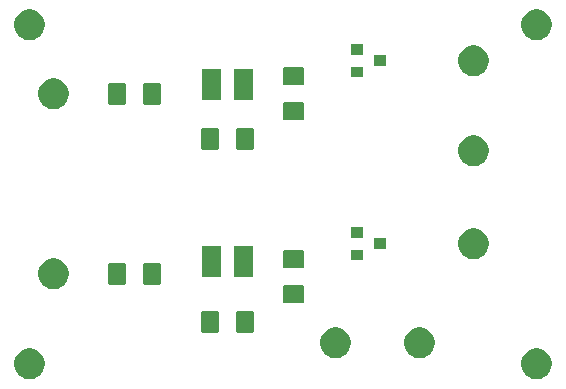
<source format=gbr>
G04 #@! TF.GenerationSoftware,KiCad,Pcbnew,5.0.2+dfsg1-1*
G04 #@! TF.CreationDate,2019-12-28T11:31:48-05:00*
G04 #@! TF.ProjectId,2001captchpad,32303031-6361-4707-9463-687061642e6b,rev?*
G04 #@! TF.SameCoordinates,Original*
G04 #@! TF.FileFunction,Soldermask,Top*
G04 #@! TF.FilePolarity,Negative*
%FSLAX46Y46*%
G04 Gerber Fmt 4.6, Leading zero omitted, Abs format (unit mm)*
G04 Created by KiCad (PCBNEW 5.0.2+dfsg1-1) date Sat 28 Dec 2019 11:31:48 AM EST*
%MOMM*%
%LPD*%
G01*
G04 APERTURE LIST*
%ADD10C,0.100000*%
G04 APERTURE END LIST*
D10*
G36*
X184275485Y-112540996D02*
X184275487Y-112540997D01*
X184275488Y-112540997D01*
X184490607Y-112630102D01*
X184512255Y-112639069D01*
X184725342Y-112781449D01*
X184906551Y-112962658D01*
X185048931Y-113175745D01*
X185147004Y-113412515D01*
X185197000Y-113663861D01*
X185197000Y-113920139D01*
X185147004Y-114171485D01*
X185048931Y-114408255D01*
X184906551Y-114621342D01*
X184725342Y-114802551D01*
X184725339Y-114802553D01*
X184512255Y-114944931D01*
X184275488Y-115043003D01*
X184275487Y-115043003D01*
X184275485Y-115043004D01*
X184024139Y-115093000D01*
X183767861Y-115093000D01*
X183516515Y-115043004D01*
X183516513Y-115043003D01*
X183516512Y-115043003D01*
X183279745Y-114944931D01*
X183066661Y-114802553D01*
X183066658Y-114802551D01*
X182885449Y-114621342D01*
X182743069Y-114408255D01*
X182644996Y-114171485D01*
X182595000Y-113920139D01*
X182595000Y-113663861D01*
X182644996Y-113412515D01*
X182743069Y-113175745D01*
X182885449Y-112962658D01*
X183066658Y-112781449D01*
X183279745Y-112639069D01*
X183301393Y-112630102D01*
X183516512Y-112540997D01*
X183516513Y-112540997D01*
X183516515Y-112540996D01*
X183767861Y-112491000D01*
X184024139Y-112491000D01*
X184275485Y-112540996D01*
X184275485Y-112540996D01*
G37*
G36*
X141349485Y-112540996D02*
X141349487Y-112540997D01*
X141349488Y-112540997D01*
X141564607Y-112630102D01*
X141586255Y-112639069D01*
X141799342Y-112781449D01*
X141980551Y-112962658D01*
X142122931Y-113175745D01*
X142221004Y-113412515D01*
X142271000Y-113663861D01*
X142271000Y-113920139D01*
X142221004Y-114171485D01*
X142122931Y-114408255D01*
X141980551Y-114621342D01*
X141799342Y-114802551D01*
X141799339Y-114802553D01*
X141586255Y-114944931D01*
X141349488Y-115043003D01*
X141349487Y-115043003D01*
X141349485Y-115043004D01*
X141098139Y-115093000D01*
X140841861Y-115093000D01*
X140590515Y-115043004D01*
X140590513Y-115043003D01*
X140590512Y-115043003D01*
X140353745Y-114944931D01*
X140140661Y-114802553D01*
X140140658Y-114802551D01*
X139959449Y-114621342D01*
X139817069Y-114408255D01*
X139718996Y-114171485D01*
X139669000Y-113920139D01*
X139669000Y-113663861D01*
X139718996Y-113412515D01*
X139817069Y-113175745D01*
X139959449Y-112962658D01*
X140140658Y-112781449D01*
X140353745Y-112639069D01*
X140375393Y-112630102D01*
X140590512Y-112540997D01*
X140590513Y-112540997D01*
X140590515Y-112540996D01*
X140841861Y-112491000D01*
X141098139Y-112491000D01*
X141349485Y-112540996D01*
X141349485Y-112540996D01*
G37*
G36*
X167257393Y-110763304D02*
X167494102Y-110861352D01*
X167707138Y-111003698D01*
X167888302Y-111184862D01*
X168030648Y-111397898D01*
X168128696Y-111634607D01*
X168178680Y-111885893D01*
X168178680Y-112142107D01*
X168128696Y-112393393D01*
X168030648Y-112630102D01*
X167888302Y-112843138D01*
X167707138Y-113024302D01*
X167494102Y-113166648D01*
X167257393Y-113264696D01*
X167006107Y-113314680D01*
X166749893Y-113314680D01*
X166498607Y-113264696D01*
X166261898Y-113166648D01*
X166048862Y-113024302D01*
X165867698Y-112843138D01*
X165725352Y-112630102D01*
X165627304Y-112393393D01*
X165577320Y-112142107D01*
X165577320Y-111885893D01*
X165627304Y-111634607D01*
X165725352Y-111397898D01*
X165867698Y-111184862D01*
X166048862Y-111003698D01*
X166261898Y-110861352D01*
X166498607Y-110763304D01*
X166749893Y-110713320D01*
X167006107Y-110713320D01*
X167257393Y-110763304D01*
X167257393Y-110763304D01*
G37*
G36*
X174369393Y-110763304D02*
X174606102Y-110861352D01*
X174819138Y-111003698D01*
X175000302Y-111184862D01*
X175142648Y-111397898D01*
X175240696Y-111634607D01*
X175290680Y-111885893D01*
X175290680Y-112142107D01*
X175240696Y-112393393D01*
X175142648Y-112630102D01*
X175000302Y-112843138D01*
X174819138Y-113024302D01*
X174606102Y-113166648D01*
X174369393Y-113264696D01*
X174118107Y-113314680D01*
X173861893Y-113314680D01*
X173610607Y-113264696D01*
X173373898Y-113166648D01*
X173160862Y-113024302D01*
X172979698Y-112843138D01*
X172837352Y-112630102D01*
X172739304Y-112393393D01*
X172689320Y-112142107D01*
X172689320Y-111885893D01*
X172739304Y-111634607D01*
X172837352Y-111397898D01*
X172979698Y-111184862D01*
X173160862Y-111003698D01*
X173373898Y-110861352D01*
X173610607Y-110763304D01*
X173861893Y-110713320D01*
X174118107Y-110713320D01*
X174369393Y-110763304D01*
X174369393Y-110763304D01*
G37*
G36*
X159834562Y-109314181D02*
X159869477Y-109324773D01*
X159901665Y-109341978D01*
X159929873Y-109365127D01*
X159953022Y-109393335D01*
X159970227Y-109425523D01*
X159980819Y-109460438D01*
X159985000Y-109502895D01*
X159985000Y-110969105D01*
X159980819Y-111011562D01*
X159970227Y-111046477D01*
X159953022Y-111078665D01*
X159929873Y-111106873D01*
X159901665Y-111130022D01*
X159869477Y-111147227D01*
X159834562Y-111157819D01*
X159792105Y-111162000D01*
X158650895Y-111162000D01*
X158608438Y-111157819D01*
X158573523Y-111147227D01*
X158541335Y-111130022D01*
X158513127Y-111106873D01*
X158489978Y-111078665D01*
X158472773Y-111046477D01*
X158462181Y-111011562D01*
X158458000Y-110969105D01*
X158458000Y-109502895D01*
X158462181Y-109460438D01*
X158472773Y-109425523D01*
X158489978Y-109393335D01*
X158513127Y-109365127D01*
X158541335Y-109341978D01*
X158573523Y-109324773D01*
X158608438Y-109314181D01*
X158650895Y-109310000D01*
X159792105Y-109310000D01*
X159834562Y-109314181D01*
X159834562Y-109314181D01*
G37*
G36*
X156859562Y-109314181D02*
X156894477Y-109324773D01*
X156926665Y-109341978D01*
X156954873Y-109365127D01*
X156978022Y-109393335D01*
X156995227Y-109425523D01*
X157005819Y-109460438D01*
X157010000Y-109502895D01*
X157010000Y-110969105D01*
X157005819Y-111011562D01*
X156995227Y-111046477D01*
X156978022Y-111078665D01*
X156954873Y-111106873D01*
X156926665Y-111130022D01*
X156894477Y-111147227D01*
X156859562Y-111157819D01*
X156817105Y-111162000D01*
X155675895Y-111162000D01*
X155633438Y-111157819D01*
X155598523Y-111147227D01*
X155566335Y-111130022D01*
X155538127Y-111106873D01*
X155514978Y-111078665D01*
X155497773Y-111046477D01*
X155487181Y-111011562D01*
X155483000Y-110969105D01*
X155483000Y-109502895D01*
X155487181Y-109460438D01*
X155497773Y-109425523D01*
X155514978Y-109393335D01*
X155538127Y-109365127D01*
X155566335Y-109341978D01*
X155598523Y-109324773D01*
X155633438Y-109314181D01*
X155675895Y-109310000D01*
X156817105Y-109310000D01*
X156859562Y-109314181D01*
X156859562Y-109314181D01*
G37*
G36*
X164097562Y-107154181D02*
X164132477Y-107164773D01*
X164164665Y-107181978D01*
X164192873Y-107205127D01*
X164216022Y-107233335D01*
X164233227Y-107265523D01*
X164243819Y-107300438D01*
X164248000Y-107342895D01*
X164248000Y-108484105D01*
X164243819Y-108526562D01*
X164233227Y-108561477D01*
X164216022Y-108593665D01*
X164192873Y-108621873D01*
X164164665Y-108645022D01*
X164132477Y-108662227D01*
X164097562Y-108672819D01*
X164055105Y-108677000D01*
X162588895Y-108677000D01*
X162546438Y-108672819D01*
X162511523Y-108662227D01*
X162479335Y-108645022D01*
X162451127Y-108621873D01*
X162427978Y-108593665D01*
X162410773Y-108561477D01*
X162400181Y-108526562D01*
X162396000Y-108484105D01*
X162396000Y-107342895D01*
X162400181Y-107300438D01*
X162410773Y-107265523D01*
X162427978Y-107233335D01*
X162451127Y-107205127D01*
X162479335Y-107181978D01*
X162511523Y-107164773D01*
X162546438Y-107154181D01*
X162588895Y-107150000D01*
X164055105Y-107150000D01*
X164097562Y-107154181D01*
X164097562Y-107154181D01*
G37*
G36*
X143381393Y-104921304D02*
X143618102Y-105019352D01*
X143831138Y-105161698D01*
X144012302Y-105342862D01*
X144154648Y-105555898D01*
X144252696Y-105792607D01*
X144302680Y-106043893D01*
X144302680Y-106300107D01*
X144252696Y-106551393D01*
X144154648Y-106788102D01*
X144012302Y-107001138D01*
X143831138Y-107182302D01*
X143618102Y-107324648D01*
X143381393Y-107422696D01*
X143130107Y-107472680D01*
X142873893Y-107472680D01*
X142622607Y-107422696D01*
X142385898Y-107324648D01*
X142172862Y-107182302D01*
X141991698Y-107001138D01*
X141849352Y-106788102D01*
X141751304Y-106551393D01*
X141701320Y-106300107D01*
X141701320Y-106043893D01*
X141751304Y-105792607D01*
X141849352Y-105555898D01*
X141991698Y-105342862D01*
X142172862Y-105161698D01*
X142385898Y-105019352D01*
X142622607Y-104921304D01*
X142873893Y-104871320D01*
X143130107Y-104871320D01*
X143381393Y-104921304D01*
X143381393Y-104921304D01*
G37*
G36*
X148985562Y-105250181D02*
X149020477Y-105260773D01*
X149052665Y-105277978D01*
X149080873Y-105301127D01*
X149104022Y-105329335D01*
X149121227Y-105361523D01*
X149131819Y-105396438D01*
X149136000Y-105438895D01*
X149136000Y-106905105D01*
X149131819Y-106947562D01*
X149121227Y-106982477D01*
X149104022Y-107014665D01*
X149080873Y-107042873D01*
X149052665Y-107066022D01*
X149020477Y-107083227D01*
X148985562Y-107093819D01*
X148943105Y-107098000D01*
X147801895Y-107098000D01*
X147759438Y-107093819D01*
X147724523Y-107083227D01*
X147692335Y-107066022D01*
X147664127Y-107042873D01*
X147640978Y-107014665D01*
X147623773Y-106982477D01*
X147613181Y-106947562D01*
X147609000Y-106905105D01*
X147609000Y-105438895D01*
X147613181Y-105396438D01*
X147623773Y-105361523D01*
X147640978Y-105329335D01*
X147664127Y-105301127D01*
X147692335Y-105277978D01*
X147724523Y-105260773D01*
X147759438Y-105250181D01*
X147801895Y-105246000D01*
X148943105Y-105246000D01*
X148985562Y-105250181D01*
X148985562Y-105250181D01*
G37*
G36*
X151960562Y-105250181D02*
X151995477Y-105260773D01*
X152027665Y-105277978D01*
X152055873Y-105301127D01*
X152079022Y-105329335D01*
X152096227Y-105361523D01*
X152106819Y-105396438D01*
X152111000Y-105438895D01*
X152111000Y-106905105D01*
X152106819Y-106947562D01*
X152096227Y-106982477D01*
X152079022Y-107014665D01*
X152055873Y-107042873D01*
X152027665Y-107066022D01*
X151995477Y-107083227D01*
X151960562Y-107093819D01*
X151918105Y-107098000D01*
X150776895Y-107098000D01*
X150734438Y-107093819D01*
X150699523Y-107083227D01*
X150667335Y-107066022D01*
X150639127Y-107042873D01*
X150615978Y-107014665D01*
X150598773Y-106982477D01*
X150588181Y-106947562D01*
X150584000Y-106905105D01*
X150584000Y-105438895D01*
X150588181Y-105396438D01*
X150598773Y-105361523D01*
X150615978Y-105329335D01*
X150639127Y-105301127D01*
X150667335Y-105277978D01*
X150699523Y-105260773D01*
X150734438Y-105250181D01*
X150776895Y-105246000D01*
X151918105Y-105246000D01*
X151960562Y-105250181D01*
X151960562Y-105250181D01*
G37*
G36*
X157215000Y-106482000D02*
X155553000Y-106482000D01*
X155553000Y-103830000D01*
X157215000Y-103830000D01*
X157215000Y-106482000D01*
X157215000Y-106482000D01*
G37*
G36*
X159915000Y-106482000D02*
X158253000Y-106482000D01*
X158253000Y-103830000D01*
X159915000Y-103830000D01*
X159915000Y-106482000D01*
X159915000Y-106482000D01*
G37*
G36*
X164097562Y-104179181D02*
X164132477Y-104189773D01*
X164164665Y-104206978D01*
X164192873Y-104230127D01*
X164216022Y-104258335D01*
X164233227Y-104290523D01*
X164243819Y-104325438D01*
X164248000Y-104367895D01*
X164248000Y-105509105D01*
X164243819Y-105551562D01*
X164233227Y-105586477D01*
X164216022Y-105618665D01*
X164192873Y-105646873D01*
X164164665Y-105670022D01*
X164132477Y-105687227D01*
X164097562Y-105697819D01*
X164055105Y-105702000D01*
X162588895Y-105702000D01*
X162546438Y-105697819D01*
X162511523Y-105687227D01*
X162479335Y-105670022D01*
X162451127Y-105646873D01*
X162427978Y-105618665D01*
X162410773Y-105586477D01*
X162400181Y-105551562D01*
X162396000Y-105509105D01*
X162396000Y-104367895D01*
X162400181Y-104325438D01*
X162410773Y-104290523D01*
X162427978Y-104258335D01*
X162451127Y-104230127D01*
X162479335Y-104206978D01*
X162511523Y-104189773D01*
X162546438Y-104179181D01*
X162588895Y-104175000D01*
X164055105Y-104175000D01*
X164097562Y-104179181D01*
X164097562Y-104179181D01*
G37*
G36*
X169173000Y-105033000D02*
X168171000Y-105033000D01*
X168171000Y-104131000D01*
X169173000Y-104131000D01*
X169173000Y-105033000D01*
X169173000Y-105033000D01*
G37*
G36*
X178941393Y-102381304D02*
X179178102Y-102479352D01*
X179391138Y-102621698D01*
X179572302Y-102802862D01*
X179714648Y-103015898D01*
X179812696Y-103252607D01*
X179862680Y-103503893D01*
X179862680Y-103760107D01*
X179812696Y-104011393D01*
X179714648Y-104248102D01*
X179572302Y-104461138D01*
X179391138Y-104642302D01*
X179178102Y-104784648D01*
X178941393Y-104882696D01*
X178690107Y-104932680D01*
X178433893Y-104932680D01*
X178182607Y-104882696D01*
X177945898Y-104784648D01*
X177732862Y-104642302D01*
X177551698Y-104461138D01*
X177409352Y-104248102D01*
X177311304Y-104011393D01*
X177261320Y-103760107D01*
X177261320Y-103503893D01*
X177311304Y-103252607D01*
X177409352Y-103015898D01*
X177551698Y-102802862D01*
X177732862Y-102621698D01*
X177945898Y-102479352D01*
X178182607Y-102381304D01*
X178433893Y-102331320D01*
X178690107Y-102331320D01*
X178941393Y-102381304D01*
X178941393Y-102381304D01*
G37*
G36*
X171173000Y-104083000D02*
X170171000Y-104083000D01*
X170171000Y-103181000D01*
X171173000Y-103181000D01*
X171173000Y-104083000D01*
X171173000Y-104083000D01*
G37*
G36*
X169173000Y-103133000D02*
X168171000Y-103133000D01*
X168171000Y-102231000D01*
X169173000Y-102231000D01*
X169173000Y-103133000D01*
X169173000Y-103133000D01*
G37*
G36*
X178941393Y-94507304D02*
X179178102Y-94605352D01*
X179391138Y-94747698D01*
X179572302Y-94928862D01*
X179714648Y-95141898D01*
X179812696Y-95378607D01*
X179862680Y-95629893D01*
X179862680Y-95886107D01*
X179812696Y-96137393D01*
X179714648Y-96374102D01*
X179572302Y-96587138D01*
X179391138Y-96768302D01*
X179178102Y-96910648D01*
X178941393Y-97008696D01*
X178690107Y-97058680D01*
X178433893Y-97058680D01*
X178182607Y-97008696D01*
X177945898Y-96910648D01*
X177732862Y-96768302D01*
X177551698Y-96587138D01*
X177409352Y-96374102D01*
X177311304Y-96137393D01*
X177261320Y-95886107D01*
X177261320Y-95629893D01*
X177311304Y-95378607D01*
X177409352Y-95141898D01*
X177551698Y-94928862D01*
X177732862Y-94747698D01*
X177945898Y-94605352D01*
X178182607Y-94507304D01*
X178433893Y-94457320D01*
X178690107Y-94457320D01*
X178941393Y-94507304D01*
X178941393Y-94507304D01*
G37*
G36*
X159834562Y-93820181D02*
X159869477Y-93830773D01*
X159901665Y-93847978D01*
X159929873Y-93871127D01*
X159953022Y-93899335D01*
X159970227Y-93931523D01*
X159980819Y-93966438D01*
X159985000Y-94008895D01*
X159985000Y-95475105D01*
X159980819Y-95517562D01*
X159970227Y-95552477D01*
X159953022Y-95584665D01*
X159929873Y-95612873D01*
X159901665Y-95636022D01*
X159869477Y-95653227D01*
X159834562Y-95663819D01*
X159792105Y-95668000D01*
X158650895Y-95668000D01*
X158608438Y-95663819D01*
X158573523Y-95653227D01*
X158541335Y-95636022D01*
X158513127Y-95612873D01*
X158489978Y-95584665D01*
X158472773Y-95552477D01*
X158462181Y-95517562D01*
X158458000Y-95475105D01*
X158458000Y-94008895D01*
X158462181Y-93966438D01*
X158472773Y-93931523D01*
X158489978Y-93899335D01*
X158513127Y-93871127D01*
X158541335Y-93847978D01*
X158573523Y-93830773D01*
X158608438Y-93820181D01*
X158650895Y-93816000D01*
X159792105Y-93816000D01*
X159834562Y-93820181D01*
X159834562Y-93820181D01*
G37*
G36*
X156859562Y-93820181D02*
X156894477Y-93830773D01*
X156926665Y-93847978D01*
X156954873Y-93871127D01*
X156978022Y-93899335D01*
X156995227Y-93931523D01*
X157005819Y-93966438D01*
X157010000Y-94008895D01*
X157010000Y-95475105D01*
X157005819Y-95517562D01*
X156995227Y-95552477D01*
X156978022Y-95584665D01*
X156954873Y-95612873D01*
X156926665Y-95636022D01*
X156894477Y-95653227D01*
X156859562Y-95663819D01*
X156817105Y-95668000D01*
X155675895Y-95668000D01*
X155633438Y-95663819D01*
X155598523Y-95653227D01*
X155566335Y-95636022D01*
X155538127Y-95612873D01*
X155514978Y-95584665D01*
X155497773Y-95552477D01*
X155487181Y-95517562D01*
X155483000Y-95475105D01*
X155483000Y-94008895D01*
X155487181Y-93966438D01*
X155497773Y-93931523D01*
X155514978Y-93899335D01*
X155538127Y-93871127D01*
X155566335Y-93847978D01*
X155598523Y-93830773D01*
X155633438Y-93820181D01*
X155675895Y-93816000D01*
X156817105Y-93816000D01*
X156859562Y-93820181D01*
X156859562Y-93820181D01*
G37*
G36*
X164097562Y-91660181D02*
X164132477Y-91670773D01*
X164164665Y-91687978D01*
X164192873Y-91711127D01*
X164216022Y-91739335D01*
X164233227Y-91771523D01*
X164243819Y-91806438D01*
X164248000Y-91848895D01*
X164248000Y-92990105D01*
X164243819Y-93032562D01*
X164233227Y-93067477D01*
X164216022Y-93099665D01*
X164192873Y-93127873D01*
X164164665Y-93151022D01*
X164132477Y-93168227D01*
X164097562Y-93178819D01*
X164055105Y-93183000D01*
X162588895Y-93183000D01*
X162546438Y-93178819D01*
X162511523Y-93168227D01*
X162479335Y-93151022D01*
X162451127Y-93127873D01*
X162427978Y-93099665D01*
X162410773Y-93067477D01*
X162400181Y-93032562D01*
X162396000Y-92990105D01*
X162396000Y-91848895D01*
X162400181Y-91806438D01*
X162410773Y-91771523D01*
X162427978Y-91739335D01*
X162451127Y-91711127D01*
X162479335Y-91687978D01*
X162511523Y-91670773D01*
X162546438Y-91660181D01*
X162588895Y-91656000D01*
X164055105Y-91656000D01*
X164097562Y-91660181D01*
X164097562Y-91660181D01*
G37*
G36*
X143381393Y-89681304D02*
X143618102Y-89779352D01*
X143831138Y-89921698D01*
X144012302Y-90102862D01*
X144154648Y-90315898D01*
X144252696Y-90552607D01*
X144302680Y-90803893D01*
X144302680Y-91060107D01*
X144252696Y-91311393D01*
X144154648Y-91548102D01*
X144012302Y-91761138D01*
X143831138Y-91942302D01*
X143618102Y-92084648D01*
X143381393Y-92182696D01*
X143130107Y-92232680D01*
X142873893Y-92232680D01*
X142622607Y-92182696D01*
X142385898Y-92084648D01*
X142172862Y-91942302D01*
X141991698Y-91761138D01*
X141849352Y-91548102D01*
X141751304Y-91311393D01*
X141701320Y-91060107D01*
X141701320Y-90803893D01*
X141751304Y-90552607D01*
X141849352Y-90315898D01*
X141991698Y-90102862D01*
X142172862Y-89921698D01*
X142385898Y-89779352D01*
X142622607Y-89681304D01*
X142873893Y-89631320D01*
X143130107Y-89631320D01*
X143381393Y-89681304D01*
X143381393Y-89681304D01*
G37*
G36*
X148985562Y-90010181D02*
X149020477Y-90020773D01*
X149052665Y-90037978D01*
X149080873Y-90061127D01*
X149104022Y-90089335D01*
X149121227Y-90121523D01*
X149131819Y-90156438D01*
X149136000Y-90198895D01*
X149136000Y-91665105D01*
X149131819Y-91707562D01*
X149121227Y-91742477D01*
X149104022Y-91774665D01*
X149080873Y-91802873D01*
X149052665Y-91826022D01*
X149020477Y-91843227D01*
X148985562Y-91853819D01*
X148943105Y-91858000D01*
X147801895Y-91858000D01*
X147759438Y-91853819D01*
X147724523Y-91843227D01*
X147692335Y-91826022D01*
X147664127Y-91802873D01*
X147640978Y-91774665D01*
X147623773Y-91742477D01*
X147613181Y-91707562D01*
X147609000Y-91665105D01*
X147609000Y-90198895D01*
X147613181Y-90156438D01*
X147623773Y-90121523D01*
X147640978Y-90089335D01*
X147664127Y-90061127D01*
X147692335Y-90037978D01*
X147724523Y-90020773D01*
X147759438Y-90010181D01*
X147801895Y-90006000D01*
X148943105Y-90006000D01*
X148985562Y-90010181D01*
X148985562Y-90010181D01*
G37*
G36*
X151960562Y-90010181D02*
X151995477Y-90020773D01*
X152027665Y-90037978D01*
X152055873Y-90061127D01*
X152079022Y-90089335D01*
X152096227Y-90121523D01*
X152106819Y-90156438D01*
X152111000Y-90198895D01*
X152111000Y-91665105D01*
X152106819Y-91707562D01*
X152096227Y-91742477D01*
X152079022Y-91774665D01*
X152055873Y-91802873D01*
X152027665Y-91826022D01*
X151995477Y-91843227D01*
X151960562Y-91853819D01*
X151918105Y-91858000D01*
X150776895Y-91858000D01*
X150734438Y-91853819D01*
X150699523Y-91843227D01*
X150667335Y-91826022D01*
X150639127Y-91802873D01*
X150615978Y-91774665D01*
X150598773Y-91742477D01*
X150588181Y-91707562D01*
X150584000Y-91665105D01*
X150584000Y-90198895D01*
X150588181Y-90156438D01*
X150598773Y-90121523D01*
X150615978Y-90089335D01*
X150639127Y-90061127D01*
X150667335Y-90037978D01*
X150699523Y-90020773D01*
X150734438Y-90010181D01*
X150776895Y-90006000D01*
X151918105Y-90006000D01*
X151960562Y-90010181D01*
X151960562Y-90010181D01*
G37*
G36*
X157215000Y-91496000D02*
X155553000Y-91496000D01*
X155553000Y-88844000D01*
X157215000Y-88844000D01*
X157215000Y-91496000D01*
X157215000Y-91496000D01*
G37*
G36*
X159915000Y-91496000D02*
X158253000Y-91496000D01*
X158253000Y-88844000D01*
X159915000Y-88844000D01*
X159915000Y-91496000D01*
X159915000Y-91496000D01*
G37*
G36*
X164097562Y-88685181D02*
X164132477Y-88695773D01*
X164164665Y-88712978D01*
X164192873Y-88736127D01*
X164216022Y-88764335D01*
X164233227Y-88796523D01*
X164243819Y-88831438D01*
X164248000Y-88873895D01*
X164248000Y-90015105D01*
X164243819Y-90057562D01*
X164233227Y-90092477D01*
X164216022Y-90124665D01*
X164192873Y-90152873D01*
X164164665Y-90176022D01*
X164132477Y-90193227D01*
X164097562Y-90203819D01*
X164055105Y-90208000D01*
X162588895Y-90208000D01*
X162546438Y-90203819D01*
X162511523Y-90193227D01*
X162479335Y-90176022D01*
X162451127Y-90152873D01*
X162427978Y-90124665D01*
X162410773Y-90092477D01*
X162400181Y-90057562D01*
X162396000Y-90015105D01*
X162396000Y-88873895D01*
X162400181Y-88831438D01*
X162410773Y-88796523D01*
X162427978Y-88764335D01*
X162451127Y-88736127D01*
X162479335Y-88712978D01*
X162511523Y-88695773D01*
X162546438Y-88685181D01*
X162588895Y-88681000D01*
X164055105Y-88681000D01*
X164097562Y-88685181D01*
X164097562Y-88685181D01*
G37*
G36*
X169173000Y-89539000D02*
X168171000Y-89539000D01*
X168171000Y-88637000D01*
X169173000Y-88637000D01*
X169173000Y-89539000D01*
X169173000Y-89539000D01*
G37*
G36*
X178941393Y-86887304D02*
X179178102Y-86985352D01*
X179391138Y-87127698D01*
X179572302Y-87308862D01*
X179714648Y-87521898D01*
X179812696Y-87758607D01*
X179862680Y-88009893D01*
X179862680Y-88266107D01*
X179812696Y-88517393D01*
X179714648Y-88754102D01*
X179572302Y-88967138D01*
X179391138Y-89148302D01*
X179178102Y-89290648D01*
X178941393Y-89388696D01*
X178690107Y-89438680D01*
X178433893Y-89438680D01*
X178182607Y-89388696D01*
X177945898Y-89290648D01*
X177732862Y-89148302D01*
X177551698Y-88967138D01*
X177409352Y-88754102D01*
X177311304Y-88517393D01*
X177261320Y-88266107D01*
X177261320Y-88009893D01*
X177311304Y-87758607D01*
X177409352Y-87521898D01*
X177551698Y-87308862D01*
X177732862Y-87127698D01*
X177945898Y-86985352D01*
X178182607Y-86887304D01*
X178433893Y-86837320D01*
X178690107Y-86837320D01*
X178941393Y-86887304D01*
X178941393Y-86887304D01*
G37*
G36*
X171173000Y-88589000D02*
X170171000Y-88589000D01*
X170171000Y-87687000D01*
X171173000Y-87687000D01*
X171173000Y-88589000D01*
X171173000Y-88589000D01*
G37*
G36*
X169173000Y-87639000D02*
X168171000Y-87639000D01*
X168171000Y-86737000D01*
X169173000Y-86737000D01*
X169173000Y-87639000D01*
X169173000Y-87639000D01*
G37*
G36*
X141349485Y-83838996D02*
X141349487Y-83838997D01*
X141349488Y-83838997D01*
X141586255Y-83937069D01*
X141799342Y-84079449D01*
X141980551Y-84260658D01*
X142122931Y-84473745D01*
X142221004Y-84710515D01*
X142271000Y-84961861D01*
X142271000Y-85218139D01*
X142221004Y-85469485D01*
X142122931Y-85706255D01*
X141980551Y-85919342D01*
X141799342Y-86100551D01*
X141799339Y-86100553D01*
X141586255Y-86242931D01*
X141349488Y-86341003D01*
X141349487Y-86341003D01*
X141349485Y-86341004D01*
X141098139Y-86391000D01*
X140841861Y-86391000D01*
X140590515Y-86341004D01*
X140590513Y-86341003D01*
X140590512Y-86341003D01*
X140353745Y-86242931D01*
X140140661Y-86100553D01*
X140140658Y-86100551D01*
X139959449Y-85919342D01*
X139817069Y-85706255D01*
X139718996Y-85469485D01*
X139669000Y-85218139D01*
X139669000Y-84961861D01*
X139718996Y-84710515D01*
X139817069Y-84473745D01*
X139959449Y-84260658D01*
X140140658Y-84079449D01*
X140353745Y-83937069D01*
X140590512Y-83838997D01*
X140590513Y-83838997D01*
X140590515Y-83838996D01*
X140841861Y-83789000D01*
X141098139Y-83789000D01*
X141349485Y-83838996D01*
X141349485Y-83838996D01*
G37*
G36*
X184275485Y-83838996D02*
X184275487Y-83838997D01*
X184275488Y-83838997D01*
X184512255Y-83937069D01*
X184725342Y-84079449D01*
X184906551Y-84260658D01*
X185048931Y-84473745D01*
X185147004Y-84710515D01*
X185197000Y-84961861D01*
X185197000Y-85218139D01*
X185147004Y-85469485D01*
X185048931Y-85706255D01*
X184906551Y-85919342D01*
X184725342Y-86100551D01*
X184725339Y-86100553D01*
X184512255Y-86242931D01*
X184275488Y-86341003D01*
X184275487Y-86341003D01*
X184275485Y-86341004D01*
X184024139Y-86391000D01*
X183767861Y-86391000D01*
X183516515Y-86341004D01*
X183516513Y-86341003D01*
X183516512Y-86341003D01*
X183279745Y-86242931D01*
X183066661Y-86100553D01*
X183066658Y-86100551D01*
X182885449Y-85919342D01*
X182743069Y-85706255D01*
X182644996Y-85469485D01*
X182595000Y-85218139D01*
X182595000Y-84961861D01*
X182644996Y-84710515D01*
X182743069Y-84473745D01*
X182885449Y-84260658D01*
X183066658Y-84079449D01*
X183279745Y-83937069D01*
X183516512Y-83838997D01*
X183516513Y-83838997D01*
X183516515Y-83838996D01*
X183767861Y-83789000D01*
X184024139Y-83789000D01*
X184275485Y-83838996D01*
X184275485Y-83838996D01*
G37*
M02*

</source>
